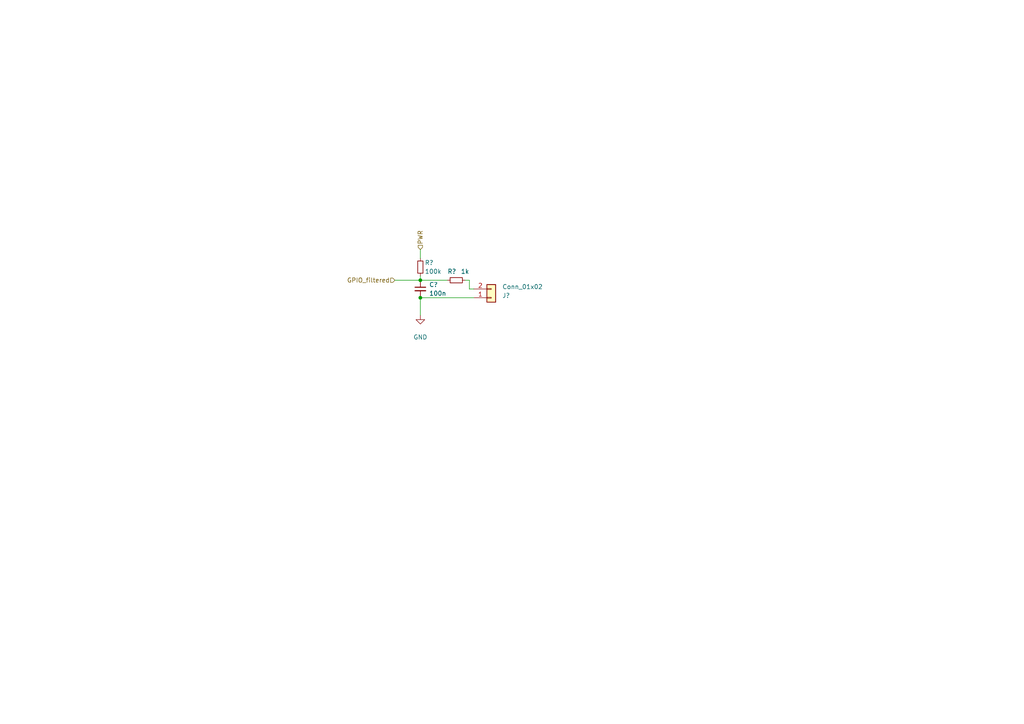
<source format=kicad_sch>
(kicad_sch (version 20230121) (generator eeschema)
  (paper "A4")
  (lib_symbols
    (symbol "Connector_Generic:Conn_01x02" (pin_names (offset 1.016) hide)
      (property "Reference" "J" (at 0 2.54 0))
      (property "Value" "Conn_01x02" (at 0 -5.08 0))
      (symbol "Conn_01x02_1_1"
        (rectangle (start -1.27 -2.413) (end 0 -2.667) (stroke (width 0.1524)))
        (rectangle (start -1.27 0.127) (end 0 -0.127) (stroke (width 0.1524)))
        (rectangle (start -1.27 1.27) (end 1.27 -3.81) (stroke (width 0.254)) (fill (type background)))
        (pin passive line (at -5.08 0 0) (length 3.81) (name "Pin_1") (number "1"))
        (pin passive line (at -5.08 -2.54 0) (length 3.81) (name "Pin_2") (number "2"))
      )
    )
    (symbol "Device:C_Small" (pin_numbers hide) (pin_names (offset 0.254) hide)
      (property "Reference" "C" (at 0.254 1.778 0))
      (property "Value" "C_Small" (at 0.254 -2.032 0))
      (symbol "C_Small_0_1"
        (polyline (pts (xy -1.524 -0.508) (xy 1.524 -0.508)) (stroke (width 0.3302)))
        (polyline (pts (xy -1.524 0.508) (xy 1.524 0.508)) (stroke (width 0.3048)))
      )
      (symbol "C_Small_1_1"
        (pin passive line (at 0 2.54 270) (length 2.032) (name "~") (number "1"))
        (pin passive line (at 0 -2.54 90) (length 2.032) (name "~") (number "2"))
      )
    )
    (symbol "Device:R_Small" (pin_numbers hide) (pin_names (offset 0.254) hide)
      (property "Reference" "R" (at 0.762 0.508 0))
      (property "Value" "R_Small" (at 0.762 -1.016 0))
      (symbol "R_Small_0_1"
        (rectangle (start -0.762 1.778) (end 0.762 -1.778) (stroke (width 0.2032)))
      )
      (symbol "R_Small_1_1"
        (pin passive line (at 0 2.54 270) (length 0.762) (name "~") (number "1"))
        (pin passive line (at 0 -2.54 90) (length 0.762) (name "~") (number "2"))
      )
    )
    (symbol "power:GND" (power) (pin_names (offset 0))
      (property "Value" "GND" (at 0 -3.81 0))
      (symbol "GND_0_1"
        (polyline (pts (xy 0 0) (xy 0 -1.27) (xy 1.27 -1.27) (xy 0 -2.54) (xy -1.27 -1.27) (xy 0 -1.27)))
      )
      (symbol "GND_1_1"
        (pin power_in line (at 0 0 270) (length 0) hide (name "GND") (number "1"))
      )
    )
  )
  (junction (at 121.92 81.28))
  (junction (at 121.92 86.36))
  (wire (pts (xy 121.92 72.39) (xy 121.92 74.93)))
  (wire (pts (xy 134.874 81.28) (xy 136.144 81.28)))
  (wire (pts (xy 121.92 86.36) (xy 121.92 91.44)))
  (wire (pts (xy 136.144 83.82) (xy 137.414 83.82)))
  (wire (pts (xy 121.92 80.01) (xy 121.92 81.28)))
  (wire (pts (xy 114.554 81.28) (xy 121.92 81.28)))
  (wire (pts (xy 121.92 81.28) (xy 129.794 81.28)))
  (wire (pts (xy 136.144 81.28) (xy 136.144 83.82)))
  (wire (pts (xy 121.92 86.36) (xy 137.414 86.36)))
  (hierarchical_label "PWR" (shape input) (at 121.92 72.39 90))
  (hierarchical_label "GPIO_filtered" (shape input) (at 114.554 81.28 180))
  (symbol (lib_id "Device:R_Small") (at 121.92 77.47 0) (unit 1)
    (property "Reference" "R?" (at 123.19 76.2 0) (effects (justify left)))
    (property "Value" "100k" (at 123.19 78.74 0) (effects (justify left)))
    (property "Footprint" "Resistor_SMD:R_0603_1608Metric_Pad0.98x0.95mm_HandSolder" (effects hide))
    (instances (project "puissance" (path "" (reference "R?") (unit 1)) (path "" (reference "R?") (unit 1)) (path "" (reference "R?") (unit 1)) (path "" (reference "R?") (unit 1))) (project "puissanceok" (path "" (reference "R5") (unit 1)) (path "" (reference "R10") (unit 1)) (path "" (reference "R12") (unit 1)) (path "" (reference "R17") (unit 1))) (project "GPIO_filtering" (path "" (reference "R?") (unit 1))))
  )
  (symbol (lib_id "Device:R_Small") (at 132.334 81.28 90) (unit 1)
    (property "Reference" "R?" (at 131.064 78.74 90))
    (property "Value" "1k" (at 134.874 78.74 90))
    (property "Footprint" "Resistor_SMD:R_0603_1608Metric_Pad0.98x0.95mm_HandSolder" (effects hide))
    (instances (project "puissance" (path "" (reference "R?") (unit 1)) (path "" (reference "R?") (unit 1)) (path "" (reference "R?") (unit 1)) (path "" (reference "R?") (unit 1))) (project "puissanceok" (path "" (reference "R6") (unit 1)) (path "" (reference "R11") (unit 1)) (path "" (reference "R13") (unit 1)) (path "" (reference "R18") (unit 1))) (project "GPIO_filtering" (path "" (reference "R?") (unit 1))))
  )
  (symbol (lib_id "power:GND") (at 121.92 91.44 0) (unit 1)
    (property "Reference" "#PWR?" (effects hide))
    (property "Value" "GND" (at 121.92 97.79 0))
    (instances (project "puissance" (path "" (reference "#PWR?") (unit 1)) (path "" (reference "#PWR?") (unit 1)) (path "" (reference "#PWR?") (unit 1)) (path "" (reference "#PWR?") (unit 1))) (project "puissanceok" (path "" (reference "#PWR032") (unit 1)) (path "" (reference "#PWR038") (unit 1)) (path "" (reference "#PWR039") (unit 1)) (path "" (reference "#PWR045") (unit 1))) (project "GPIO_filtering" (path "" (reference "#PWR?") (unit 1))))
  )
  (symbol (lib_id "Device:C_Small") (at 121.92 83.82 0) (unit 1)
    (property "Reference" "C?" (at 124.46 82.5563 0) (effects (justify left)))
    (property "Value" "100n" (at 124.46 85.0963 0) (effects (justify left)))
    (property "Footprint" "Capacitor_SMD:C_0402_1005Metric" (effects hide))
    (instances (project "puissance" (path "" (reference "C?") (unit 1)) (path "" (reference "C?") (unit 1)) (path "" (reference "C?") (unit 1)) (path "" (reference "C?") (unit 1))) (project "puissanceok" (path "" (reference "C2") (unit 1)) (path "" (reference "C7") (unit 1)) (path "" (reference "C8") (unit 1)) (path "" (reference "C13") (unit 1))) (project "GPIO_filtering" (path "" (reference "C?") (unit 1))))
  )
  (symbol (lib_id "Connector_Generic:Conn_01x02") (at 142.494 86.36 0) (mirror x) (unit 1)
    (property "Reference" "J?" (at 145.669 85.725 0) (effects (justify left)))
    (property "Value" "Conn_01x02" (at 145.669 83.185 0) (effects (justify left)))
    (property "Footprint" "Connector_JST:JST_XH_B2B-XH-A_1x02_P2.50mm_Vertical" (effects hide))
    (instances (project "puissance" (path "" (reference "J?") (unit 1)) (path "" (reference "J?") (unit 1)) (path "" (reference "J?") (unit 1)) (path "" (reference "J?") (unit 1))) (project "puissanceok" (path "" (reference "J16") (unit 1)) (path "" (reference "J17") (unit 1)) (path "" (reference "J18") (unit 1)) (path "" (reference "J19") (unit 1))) (project "GPIO_filtering" (path "" (reference "J?") (unit 1))))
  )
)
</source>
